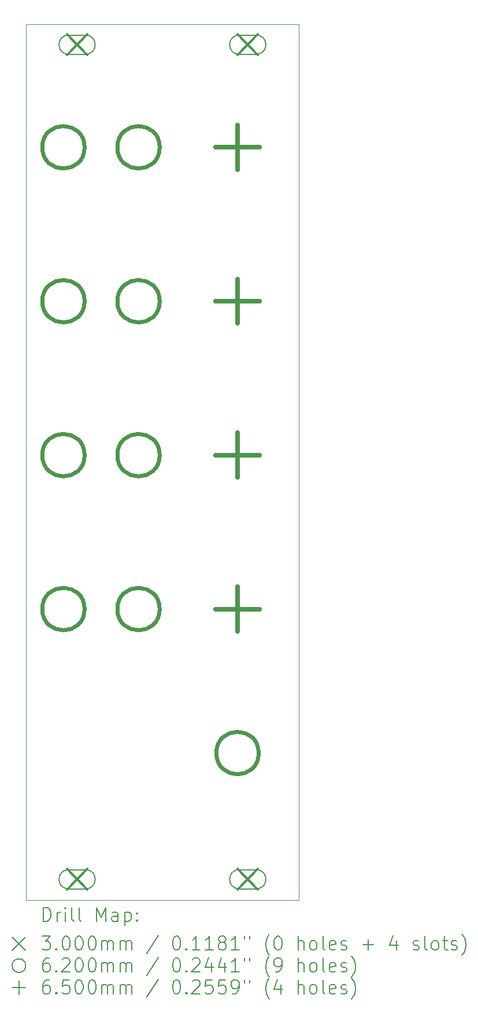
<source format=gbr>
%FSLAX45Y45*%
G04 Gerber Fmt 4.5, Leading zero omitted, Abs format (unit mm)*
G04 Created by KiCad (PCBNEW (6.0.0)) date 2022-02-14 14:22:30*
%MOMM*%
%LPD*%
G01*
G04 APERTURE LIST*
%TA.AperFunction,Profile*%
%ADD10C,0.050000*%
%TD*%
%ADD11C,0.200000*%
%ADD12C,0.300000*%
%ADD13C,0.620000*%
%ADD14C,0.650000*%
G04 APERTURE END LIST*
D10*
X7200000Y-2200000D02*
X7200000Y-15000000D01*
X7200000Y-2200000D02*
X11200000Y-2200000D01*
X11200000Y-2200000D02*
X11200000Y-15000000D01*
X11200000Y-15000000D02*
X7200000Y-15000000D01*
D11*
D12*
X7800000Y-2350000D02*
X8100000Y-2650000D01*
X8100000Y-2350000D02*
X7800000Y-2650000D01*
D11*
X7825000Y-2640000D02*
X8075000Y-2640000D01*
X7825000Y-2360000D02*
X8075000Y-2360000D01*
X8075000Y-2640000D02*
G75*
G03*
X8075000Y-2360000I0J140000D01*
G01*
X7825000Y-2360000D02*
G75*
G03*
X7825000Y-2640000I0J-140000D01*
G01*
D12*
X7800000Y-14550000D02*
X8100000Y-14850000D01*
X8100000Y-14550000D02*
X7800000Y-14850000D01*
D11*
X7825000Y-14840000D02*
X8075000Y-14840000D01*
X7825000Y-14560000D02*
X8075000Y-14560000D01*
X8075000Y-14840000D02*
G75*
G03*
X8075000Y-14560000I0J140000D01*
G01*
X7825000Y-14560000D02*
G75*
G03*
X7825000Y-14840000I0J-140000D01*
G01*
D12*
X10300000Y-2350000D02*
X10600000Y-2650000D01*
X10600000Y-2350000D02*
X10300000Y-2650000D01*
D11*
X10325000Y-2640000D02*
X10575000Y-2640000D01*
X10325000Y-2360000D02*
X10575000Y-2360000D01*
X10575000Y-2640000D02*
G75*
G03*
X10575000Y-2360000I0J140000D01*
G01*
X10325000Y-2360000D02*
G75*
G03*
X10325000Y-2640000I0J-140000D01*
G01*
D12*
X10300000Y-14550000D02*
X10600000Y-14850000D01*
X10600000Y-14550000D02*
X10300000Y-14850000D01*
D11*
X10325000Y-14840000D02*
X10575000Y-14840000D01*
X10325000Y-14560000D02*
X10575000Y-14560000D01*
X10575000Y-14840000D02*
G75*
G03*
X10575000Y-14560000I0J140000D01*
G01*
X10325000Y-14560000D02*
G75*
G03*
X10325000Y-14840000I0J-140000D01*
G01*
D13*
X8060000Y-4000000D02*
G75*
G03*
X8060000Y-4000000I-310000J0D01*
G01*
X8060000Y-6250000D02*
G75*
G03*
X8060000Y-6250000I-310000J0D01*
G01*
X8060000Y-8500000D02*
G75*
G03*
X8060000Y-8500000I-310000J0D01*
G01*
X8060000Y-10750000D02*
G75*
G03*
X8060000Y-10750000I-310000J0D01*
G01*
X9160000Y-4000000D02*
G75*
G03*
X9160000Y-4000000I-310000J0D01*
G01*
X9160000Y-6250000D02*
G75*
G03*
X9160000Y-6250000I-310000J0D01*
G01*
X9160000Y-8500000D02*
G75*
G03*
X9160000Y-8500000I-310000J0D01*
G01*
X9160000Y-10750000D02*
G75*
G03*
X9160000Y-10750000I-310000J0D01*
G01*
X10610000Y-12855000D02*
G75*
G03*
X10610000Y-12855000I-310000J0D01*
G01*
D14*
X10300000Y-3675000D02*
X10300000Y-4325000D01*
X9975000Y-4000000D02*
X10625000Y-4000000D01*
X10300000Y-5925000D02*
X10300000Y-6575000D01*
X9975000Y-6250000D02*
X10625000Y-6250000D01*
X10300000Y-8175000D02*
X10300000Y-8825000D01*
X9975000Y-8500000D02*
X10625000Y-8500000D01*
X10300000Y-10425000D02*
X10300000Y-11075000D01*
X9975000Y-10750000D02*
X10625000Y-10750000D01*
D11*
X7455119Y-15312976D02*
X7455119Y-15112976D01*
X7502738Y-15112976D01*
X7531309Y-15122500D01*
X7550357Y-15141548D01*
X7559881Y-15160595D01*
X7569405Y-15198690D01*
X7569405Y-15227262D01*
X7559881Y-15265357D01*
X7550357Y-15284405D01*
X7531309Y-15303452D01*
X7502738Y-15312976D01*
X7455119Y-15312976D01*
X7655119Y-15312976D02*
X7655119Y-15179643D01*
X7655119Y-15217738D02*
X7664643Y-15198690D01*
X7674167Y-15189167D01*
X7693214Y-15179643D01*
X7712262Y-15179643D01*
X7778928Y-15312976D02*
X7778928Y-15179643D01*
X7778928Y-15112976D02*
X7769405Y-15122500D01*
X7778928Y-15132024D01*
X7788452Y-15122500D01*
X7778928Y-15112976D01*
X7778928Y-15132024D01*
X7902738Y-15312976D02*
X7883690Y-15303452D01*
X7874167Y-15284405D01*
X7874167Y-15112976D01*
X8007500Y-15312976D02*
X7988452Y-15303452D01*
X7978928Y-15284405D01*
X7978928Y-15112976D01*
X8236071Y-15312976D02*
X8236071Y-15112976D01*
X8302738Y-15255833D01*
X8369405Y-15112976D01*
X8369405Y-15312976D01*
X8550357Y-15312976D02*
X8550357Y-15208214D01*
X8540833Y-15189167D01*
X8521786Y-15179643D01*
X8483690Y-15179643D01*
X8464643Y-15189167D01*
X8550357Y-15303452D02*
X8531310Y-15312976D01*
X8483690Y-15312976D01*
X8464643Y-15303452D01*
X8455119Y-15284405D01*
X8455119Y-15265357D01*
X8464643Y-15246309D01*
X8483690Y-15236786D01*
X8531310Y-15236786D01*
X8550357Y-15227262D01*
X8645595Y-15179643D02*
X8645595Y-15379643D01*
X8645595Y-15189167D02*
X8664643Y-15179643D01*
X8702738Y-15179643D01*
X8721786Y-15189167D01*
X8731310Y-15198690D01*
X8740833Y-15217738D01*
X8740833Y-15274881D01*
X8731310Y-15293928D01*
X8721786Y-15303452D01*
X8702738Y-15312976D01*
X8664643Y-15312976D01*
X8645595Y-15303452D01*
X8826548Y-15293928D02*
X8836071Y-15303452D01*
X8826548Y-15312976D01*
X8817024Y-15303452D01*
X8826548Y-15293928D01*
X8826548Y-15312976D01*
X8826548Y-15189167D02*
X8836071Y-15198690D01*
X8826548Y-15208214D01*
X8817024Y-15198690D01*
X8826548Y-15189167D01*
X8826548Y-15208214D01*
X6997500Y-15542500D02*
X7197500Y-15742500D01*
X7197500Y-15542500D02*
X6997500Y-15742500D01*
X7436071Y-15532976D02*
X7559881Y-15532976D01*
X7493214Y-15609167D01*
X7521786Y-15609167D01*
X7540833Y-15618690D01*
X7550357Y-15628214D01*
X7559881Y-15647262D01*
X7559881Y-15694881D01*
X7550357Y-15713928D01*
X7540833Y-15723452D01*
X7521786Y-15732976D01*
X7464643Y-15732976D01*
X7445595Y-15723452D01*
X7436071Y-15713928D01*
X7645595Y-15713928D02*
X7655119Y-15723452D01*
X7645595Y-15732976D01*
X7636071Y-15723452D01*
X7645595Y-15713928D01*
X7645595Y-15732976D01*
X7778928Y-15532976D02*
X7797976Y-15532976D01*
X7817024Y-15542500D01*
X7826548Y-15552024D01*
X7836071Y-15571071D01*
X7845595Y-15609167D01*
X7845595Y-15656786D01*
X7836071Y-15694881D01*
X7826548Y-15713928D01*
X7817024Y-15723452D01*
X7797976Y-15732976D01*
X7778928Y-15732976D01*
X7759881Y-15723452D01*
X7750357Y-15713928D01*
X7740833Y-15694881D01*
X7731309Y-15656786D01*
X7731309Y-15609167D01*
X7740833Y-15571071D01*
X7750357Y-15552024D01*
X7759881Y-15542500D01*
X7778928Y-15532976D01*
X7969405Y-15532976D02*
X7988452Y-15532976D01*
X8007500Y-15542500D01*
X8017024Y-15552024D01*
X8026548Y-15571071D01*
X8036071Y-15609167D01*
X8036071Y-15656786D01*
X8026548Y-15694881D01*
X8017024Y-15713928D01*
X8007500Y-15723452D01*
X7988452Y-15732976D01*
X7969405Y-15732976D01*
X7950357Y-15723452D01*
X7940833Y-15713928D01*
X7931309Y-15694881D01*
X7921786Y-15656786D01*
X7921786Y-15609167D01*
X7931309Y-15571071D01*
X7940833Y-15552024D01*
X7950357Y-15542500D01*
X7969405Y-15532976D01*
X8159881Y-15532976D02*
X8178928Y-15532976D01*
X8197976Y-15542500D01*
X8207500Y-15552024D01*
X8217024Y-15571071D01*
X8226548Y-15609167D01*
X8226548Y-15656786D01*
X8217024Y-15694881D01*
X8207500Y-15713928D01*
X8197976Y-15723452D01*
X8178928Y-15732976D01*
X8159881Y-15732976D01*
X8140833Y-15723452D01*
X8131309Y-15713928D01*
X8121786Y-15694881D01*
X8112262Y-15656786D01*
X8112262Y-15609167D01*
X8121786Y-15571071D01*
X8131309Y-15552024D01*
X8140833Y-15542500D01*
X8159881Y-15532976D01*
X8312262Y-15732976D02*
X8312262Y-15599643D01*
X8312262Y-15618690D02*
X8321786Y-15609167D01*
X8340833Y-15599643D01*
X8369405Y-15599643D01*
X8388452Y-15609167D01*
X8397976Y-15628214D01*
X8397976Y-15732976D01*
X8397976Y-15628214D02*
X8407500Y-15609167D01*
X8426548Y-15599643D01*
X8455119Y-15599643D01*
X8474167Y-15609167D01*
X8483690Y-15628214D01*
X8483690Y-15732976D01*
X8578929Y-15732976D02*
X8578929Y-15599643D01*
X8578929Y-15618690D02*
X8588452Y-15609167D01*
X8607500Y-15599643D01*
X8636071Y-15599643D01*
X8655119Y-15609167D01*
X8664643Y-15628214D01*
X8664643Y-15732976D01*
X8664643Y-15628214D02*
X8674167Y-15609167D01*
X8693214Y-15599643D01*
X8721786Y-15599643D01*
X8740833Y-15609167D01*
X8750357Y-15628214D01*
X8750357Y-15732976D01*
X9140833Y-15523452D02*
X8969405Y-15780595D01*
X9397976Y-15532976D02*
X9417024Y-15532976D01*
X9436071Y-15542500D01*
X9445595Y-15552024D01*
X9455119Y-15571071D01*
X9464643Y-15609167D01*
X9464643Y-15656786D01*
X9455119Y-15694881D01*
X9445595Y-15713928D01*
X9436071Y-15723452D01*
X9417024Y-15732976D01*
X9397976Y-15732976D01*
X9378929Y-15723452D01*
X9369405Y-15713928D01*
X9359881Y-15694881D01*
X9350357Y-15656786D01*
X9350357Y-15609167D01*
X9359881Y-15571071D01*
X9369405Y-15552024D01*
X9378929Y-15542500D01*
X9397976Y-15532976D01*
X9550357Y-15713928D02*
X9559881Y-15723452D01*
X9550357Y-15732976D01*
X9540833Y-15723452D01*
X9550357Y-15713928D01*
X9550357Y-15732976D01*
X9750357Y-15732976D02*
X9636071Y-15732976D01*
X9693214Y-15732976D02*
X9693214Y-15532976D01*
X9674167Y-15561548D01*
X9655119Y-15580595D01*
X9636071Y-15590119D01*
X9940833Y-15732976D02*
X9826548Y-15732976D01*
X9883690Y-15732976D02*
X9883690Y-15532976D01*
X9864643Y-15561548D01*
X9845595Y-15580595D01*
X9826548Y-15590119D01*
X10055119Y-15618690D02*
X10036071Y-15609167D01*
X10026548Y-15599643D01*
X10017024Y-15580595D01*
X10017024Y-15571071D01*
X10026548Y-15552024D01*
X10036071Y-15542500D01*
X10055119Y-15532976D01*
X10093214Y-15532976D01*
X10112262Y-15542500D01*
X10121786Y-15552024D01*
X10131310Y-15571071D01*
X10131310Y-15580595D01*
X10121786Y-15599643D01*
X10112262Y-15609167D01*
X10093214Y-15618690D01*
X10055119Y-15618690D01*
X10036071Y-15628214D01*
X10026548Y-15637738D01*
X10017024Y-15656786D01*
X10017024Y-15694881D01*
X10026548Y-15713928D01*
X10036071Y-15723452D01*
X10055119Y-15732976D01*
X10093214Y-15732976D01*
X10112262Y-15723452D01*
X10121786Y-15713928D01*
X10131310Y-15694881D01*
X10131310Y-15656786D01*
X10121786Y-15637738D01*
X10112262Y-15628214D01*
X10093214Y-15618690D01*
X10321786Y-15732976D02*
X10207500Y-15732976D01*
X10264643Y-15732976D02*
X10264643Y-15532976D01*
X10245595Y-15561548D01*
X10226548Y-15580595D01*
X10207500Y-15590119D01*
X10397976Y-15532976D02*
X10397976Y-15571071D01*
X10474167Y-15532976D02*
X10474167Y-15571071D01*
X10769405Y-15809167D02*
X10759881Y-15799643D01*
X10740833Y-15771071D01*
X10731310Y-15752024D01*
X10721786Y-15723452D01*
X10712262Y-15675833D01*
X10712262Y-15637738D01*
X10721786Y-15590119D01*
X10731310Y-15561548D01*
X10740833Y-15542500D01*
X10759881Y-15513928D01*
X10769405Y-15504405D01*
X10883690Y-15532976D02*
X10902738Y-15532976D01*
X10921786Y-15542500D01*
X10931310Y-15552024D01*
X10940833Y-15571071D01*
X10950357Y-15609167D01*
X10950357Y-15656786D01*
X10940833Y-15694881D01*
X10931310Y-15713928D01*
X10921786Y-15723452D01*
X10902738Y-15732976D01*
X10883690Y-15732976D01*
X10864643Y-15723452D01*
X10855119Y-15713928D01*
X10845595Y-15694881D01*
X10836071Y-15656786D01*
X10836071Y-15609167D01*
X10845595Y-15571071D01*
X10855119Y-15552024D01*
X10864643Y-15542500D01*
X10883690Y-15532976D01*
X11188452Y-15732976D02*
X11188452Y-15532976D01*
X11274167Y-15732976D02*
X11274167Y-15628214D01*
X11264643Y-15609167D01*
X11245595Y-15599643D01*
X11217024Y-15599643D01*
X11197976Y-15609167D01*
X11188452Y-15618690D01*
X11397976Y-15732976D02*
X11378928Y-15723452D01*
X11369405Y-15713928D01*
X11359881Y-15694881D01*
X11359881Y-15637738D01*
X11369405Y-15618690D01*
X11378928Y-15609167D01*
X11397976Y-15599643D01*
X11426548Y-15599643D01*
X11445595Y-15609167D01*
X11455119Y-15618690D01*
X11464643Y-15637738D01*
X11464643Y-15694881D01*
X11455119Y-15713928D01*
X11445595Y-15723452D01*
X11426548Y-15732976D01*
X11397976Y-15732976D01*
X11578928Y-15732976D02*
X11559881Y-15723452D01*
X11550357Y-15704405D01*
X11550357Y-15532976D01*
X11731309Y-15723452D02*
X11712262Y-15732976D01*
X11674167Y-15732976D01*
X11655119Y-15723452D01*
X11645595Y-15704405D01*
X11645595Y-15628214D01*
X11655119Y-15609167D01*
X11674167Y-15599643D01*
X11712262Y-15599643D01*
X11731309Y-15609167D01*
X11740833Y-15628214D01*
X11740833Y-15647262D01*
X11645595Y-15666309D01*
X11817024Y-15723452D02*
X11836071Y-15732976D01*
X11874167Y-15732976D01*
X11893214Y-15723452D01*
X11902738Y-15704405D01*
X11902738Y-15694881D01*
X11893214Y-15675833D01*
X11874167Y-15666309D01*
X11845595Y-15666309D01*
X11826548Y-15656786D01*
X11817024Y-15637738D01*
X11817024Y-15628214D01*
X11826548Y-15609167D01*
X11845595Y-15599643D01*
X11874167Y-15599643D01*
X11893214Y-15609167D01*
X12140833Y-15656786D02*
X12293214Y-15656786D01*
X12217024Y-15732976D02*
X12217024Y-15580595D01*
X12626548Y-15599643D02*
X12626548Y-15732976D01*
X12578928Y-15523452D02*
X12531309Y-15666309D01*
X12655119Y-15666309D01*
X12874167Y-15723452D02*
X12893214Y-15732976D01*
X12931309Y-15732976D01*
X12950357Y-15723452D01*
X12959881Y-15704405D01*
X12959881Y-15694881D01*
X12950357Y-15675833D01*
X12931309Y-15666309D01*
X12902738Y-15666309D01*
X12883690Y-15656786D01*
X12874167Y-15637738D01*
X12874167Y-15628214D01*
X12883690Y-15609167D01*
X12902738Y-15599643D01*
X12931309Y-15599643D01*
X12950357Y-15609167D01*
X13074167Y-15732976D02*
X13055119Y-15723452D01*
X13045595Y-15704405D01*
X13045595Y-15532976D01*
X13178928Y-15732976D02*
X13159881Y-15723452D01*
X13150357Y-15713928D01*
X13140833Y-15694881D01*
X13140833Y-15637738D01*
X13150357Y-15618690D01*
X13159881Y-15609167D01*
X13178928Y-15599643D01*
X13207500Y-15599643D01*
X13226548Y-15609167D01*
X13236071Y-15618690D01*
X13245595Y-15637738D01*
X13245595Y-15694881D01*
X13236071Y-15713928D01*
X13226548Y-15723452D01*
X13207500Y-15732976D01*
X13178928Y-15732976D01*
X13302738Y-15599643D02*
X13378928Y-15599643D01*
X13331309Y-15532976D02*
X13331309Y-15704405D01*
X13340833Y-15723452D01*
X13359881Y-15732976D01*
X13378928Y-15732976D01*
X13436071Y-15723452D02*
X13455119Y-15732976D01*
X13493214Y-15732976D01*
X13512262Y-15723452D01*
X13521786Y-15704405D01*
X13521786Y-15694881D01*
X13512262Y-15675833D01*
X13493214Y-15666309D01*
X13464643Y-15666309D01*
X13445595Y-15656786D01*
X13436071Y-15637738D01*
X13436071Y-15628214D01*
X13445595Y-15609167D01*
X13464643Y-15599643D01*
X13493214Y-15599643D01*
X13512262Y-15609167D01*
X13588452Y-15809167D02*
X13597976Y-15799643D01*
X13617024Y-15771071D01*
X13626548Y-15752024D01*
X13636071Y-15723452D01*
X13645595Y-15675833D01*
X13645595Y-15637738D01*
X13636071Y-15590119D01*
X13626548Y-15561548D01*
X13617024Y-15542500D01*
X13597976Y-15513928D01*
X13588452Y-15504405D01*
X7197500Y-15962500D02*
G75*
G03*
X7197500Y-15962500I-100000J0D01*
G01*
X7540833Y-15852976D02*
X7502738Y-15852976D01*
X7483690Y-15862500D01*
X7474167Y-15872024D01*
X7455119Y-15900595D01*
X7445595Y-15938690D01*
X7445595Y-16014881D01*
X7455119Y-16033928D01*
X7464643Y-16043452D01*
X7483690Y-16052976D01*
X7521786Y-16052976D01*
X7540833Y-16043452D01*
X7550357Y-16033928D01*
X7559881Y-16014881D01*
X7559881Y-15967262D01*
X7550357Y-15948214D01*
X7540833Y-15938690D01*
X7521786Y-15929167D01*
X7483690Y-15929167D01*
X7464643Y-15938690D01*
X7455119Y-15948214D01*
X7445595Y-15967262D01*
X7645595Y-16033928D02*
X7655119Y-16043452D01*
X7645595Y-16052976D01*
X7636071Y-16043452D01*
X7645595Y-16033928D01*
X7645595Y-16052976D01*
X7731309Y-15872024D02*
X7740833Y-15862500D01*
X7759881Y-15852976D01*
X7807500Y-15852976D01*
X7826548Y-15862500D01*
X7836071Y-15872024D01*
X7845595Y-15891071D01*
X7845595Y-15910119D01*
X7836071Y-15938690D01*
X7721786Y-16052976D01*
X7845595Y-16052976D01*
X7969405Y-15852976D02*
X7988452Y-15852976D01*
X8007500Y-15862500D01*
X8017024Y-15872024D01*
X8026548Y-15891071D01*
X8036071Y-15929167D01*
X8036071Y-15976786D01*
X8026548Y-16014881D01*
X8017024Y-16033928D01*
X8007500Y-16043452D01*
X7988452Y-16052976D01*
X7969405Y-16052976D01*
X7950357Y-16043452D01*
X7940833Y-16033928D01*
X7931309Y-16014881D01*
X7921786Y-15976786D01*
X7921786Y-15929167D01*
X7931309Y-15891071D01*
X7940833Y-15872024D01*
X7950357Y-15862500D01*
X7969405Y-15852976D01*
X8159881Y-15852976D02*
X8178928Y-15852976D01*
X8197976Y-15862500D01*
X8207500Y-15872024D01*
X8217024Y-15891071D01*
X8226548Y-15929167D01*
X8226548Y-15976786D01*
X8217024Y-16014881D01*
X8207500Y-16033928D01*
X8197976Y-16043452D01*
X8178928Y-16052976D01*
X8159881Y-16052976D01*
X8140833Y-16043452D01*
X8131309Y-16033928D01*
X8121786Y-16014881D01*
X8112262Y-15976786D01*
X8112262Y-15929167D01*
X8121786Y-15891071D01*
X8131309Y-15872024D01*
X8140833Y-15862500D01*
X8159881Y-15852976D01*
X8312262Y-16052976D02*
X8312262Y-15919643D01*
X8312262Y-15938690D02*
X8321786Y-15929167D01*
X8340833Y-15919643D01*
X8369405Y-15919643D01*
X8388452Y-15929167D01*
X8397976Y-15948214D01*
X8397976Y-16052976D01*
X8397976Y-15948214D02*
X8407500Y-15929167D01*
X8426548Y-15919643D01*
X8455119Y-15919643D01*
X8474167Y-15929167D01*
X8483690Y-15948214D01*
X8483690Y-16052976D01*
X8578929Y-16052976D02*
X8578929Y-15919643D01*
X8578929Y-15938690D02*
X8588452Y-15929167D01*
X8607500Y-15919643D01*
X8636071Y-15919643D01*
X8655119Y-15929167D01*
X8664643Y-15948214D01*
X8664643Y-16052976D01*
X8664643Y-15948214D02*
X8674167Y-15929167D01*
X8693214Y-15919643D01*
X8721786Y-15919643D01*
X8740833Y-15929167D01*
X8750357Y-15948214D01*
X8750357Y-16052976D01*
X9140833Y-15843452D02*
X8969405Y-16100595D01*
X9397976Y-15852976D02*
X9417024Y-15852976D01*
X9436071Y-15862500D01*
X9445595Y-15872024D01*
X9455119Y-15891071D01*
X9464643Y-15929167D01*
X9464643Y-15976786D01*
X9455119Y-16014881D01*
X9445595Y-16033928D01*
X9436071Y-16043452D01*
X9417024Y-16052976D01*
X9397976Y-16052976D01*
X9378929Y-16043452D01*
X9369405Y-16033928D01*
X9359881Y-16014881D01*
X9350357Y-15976786D01*
X9350357Y-15929167D01*
X9359881Y-15891071D01*
X9369405Y-15872024D01*
X9378929Y-15862500D01*
X9397976Y-15852976D01*
X9550357Y-16033928D02*
X9559881Y-16043452D01*
X9550357Y-16052976D01*
X9540833Y-16043452D01*
X9550357Y-16033928D01*
X9550357Y-16052976D01*
X9636071Y-15872024D02*
X9645595Y-15862500D01*
X9664643Y-15852976D01*
X9712262Y-15852976D01*
X9731310Y-15862500D01*
X9740833Y-15872024D01*
X9750357Y-15891071D01*
X9750357Y-15910119D01*
X9740833Y-15938690D01*
X9626548Y-16052976D01*
X9750357Y-16052976D01*
X9921786Y-15919643D02*
X9921786Y-16052976D01*
X9874167Y-15843452D02*
X9826548Y-15986309D01*
X9950357Y-15986309D01*
X10112262Y-15919643D02*
X10112262Y-16052976D01*
X10064643Y-15843452D02*
X10017024Y-15986309D01*
X10140833Y-15986309D01*
X10321786Y-16052976D02*
X10207500Y-16052976D01*
X10264643Y-16052976D02*
X10264643Y-15852976D01*
X10245595Y-15881548D01*
X10226548Y-15900595D01*
X10207500Y-15910119D01*
X10397976Y-15852976D02*
X10397976Y-15891071D01*
X10474167Y-15852976D02*
X10474167Y-15891071D01*
X10769405Y-16129167D02*
X10759881Y-16119643D01*
X10740833Y-16091071D01*
X10731310Y-16072024D01*
X10721786Y-16043452D01*
X10712262Y-15995833D01*
X10712262Y-15957738D01*
X10721786Y-15910119D01*
X10731310Y-15881548D01*
X10740833Y-15862500D01*
X10759881Y-15833928D01*
X10769405Y-15824405D01*
X10855119Y-16052976D02*
X10893214Y-16052976D01*
X10912262Y-16043452D01*
X10921786Y-16033928D01*
X10940833Y-16005357D01*
X10950357Y-15967262D01*
X10950357Y-15891071D01*
X10940833Y-15872024D01*
X10931310Y-15862500D01*
X10912262Y-15852976D01*
X10874167Y-15852976D01*
X10855119Y-15862500D01*
X10845595Y-15872024D01*
X10836071Y-15891071D01*
X10836071Y-15938690D01*
X10845595Y-15957738D01*
X10855119Y-15967262D01*
X10874167Y-15976786D01*
X10912262Y-15976786D01*
X10931310Y-15967262D01*
X10940833Y-15957738D01*
X10950357Y-15938690D01*
X11188452Y-16052976D02*
X11188452Y-15852976D01*
X11274167Y-16052976D02*
X11274167Y-15948214D01*
X11264643Y-15929167D01*
X11245595Y-15919643D01*
X11217024Y-15919643D01*
X11197976Y-15929167D01*
X11188452Y-15938690D01*
X11397976Y-16052976D02*
X11378928Y-16043452D01*
X11369405Y-16033928D01*
X11359881Y-16014881D01*
X11359881Y-15957738D01*
X11369405Y-15938690D01*
X11378928Y-15929167D01*
X11397976Y-15919643D01*
X11426548Y-15919643D01*
X11445595Y-15929167D01*
X11455119Y-15938690D01*
X11464643Y-15957738D01*
X11464643Y-16014881D01*
X11455119Y-16033928D01*
X11445595Y-16043452D01*
X11426548Y-16052976D01*
X11397976Y-16052976D01*
X11578928Y-16052976D02*
X11559881Y-16043452D01*
X11550357Y-16024405D01*
X11550357Y-15852976D01*
X11731309Y-16043452D02*
X11712262Y-16052976D01*
X11674167Y-16052976D01*
X11655119Y-16043452D01*
X11645595Y-16024405D01*
X11645595Y-15948214D01*
X11655119Y-15929167D01*
X11674167Y-15919643D01*
X11712262Y-15919643D01*
X11731309Y-15929167D01*
X11740833Y-15948214D01*
X11740833Y-15967262D01*
X11645595Y-15986309D01*
X11817024Y-16043452D02*
X11836071Y-16052976D01*
X11874167Y-16052976D01*
X11893214Y-16043452D01*
X11902738Y-16024405D01*
X11902738Y-16014881D01*
X11893214Y-15995833D01*
X11874167Y-15986309D01*
X11845595Y-15986309D01*
X11826548Y-15976786D01*
X11817024Y-15957738D01*
X11817024Y-15948214D01*
X11826548Y-15929167D01*
X11845595Y-15919643D01*
X11874167Y-15919643D01*
X11893214Y-15929167D01*
X11969405Y-16129167D02*
X11978928Y-16119643D01*
X11997976Y-16091071D01*
X12007500Y-16072024D01*
X12017024Y-16043452D01*
X12026548Y-15995833D01*
X12026548Y-15957738D01*
X12017024Y-15910119D01*
X12007500Y-15881548D01*
X11997976Y-15862500D01*
X11978928Y-15833928D01*
X11969405Y-15824405D01*
X7097500Y-16182500D02*
X7097500Y-16382500D01*
X6997500Y-16282500D02*
X7197500Y-16282500D01*
X7540833Y-16172976D02*
X7502738Y-16172976D01*
X7483690Y-16182500D01*
X7474167Y-16192024D01*
X7455119Y-16220595D01*
X7445595Y-16258690D01*
X7445595Y-16334881D01*
X7455119Y-16353928D01*
X7464643Y-16363452D01*
X7483690Y-16372976D01*
X7521786Y-16372976D01*
X7540833Y-16363452D01*
X7550357Y-16353928D01*
X7559881Y-16334881D01*
X7559881Y-16287262D01*
X7550357Y-16268214D01*
X7540833Y-16258690D01*
X7521786Y-16249167D01*
X7483690Y-16249167D01*
X7464643Y-16258690D01*
X7455119Y-16268214D01*
X7445595Y-16287262D01*
X7645595Y-16353928D02*
X7655119Y-16363452D01*
X7645595Y-16372976D01*
X7636071Y-16363452D01*
X7645595Y-16353928D01*
X7645595Y-16372976D01*
X7836071Y-16172976D02*
X7740833Y-16172976D01*
X7731309Y-16268214D01*
X7740833Y-16258690D01*
X7759881Y-16249167D01*
X7807500Y-16249167D01*
X7826548Y-16258690D01*
X7836071Y-16268214D01*
X7845595Y-16287262D01*
X7845595Y-16334881D01*
X7836071Y-16353928D01*
X7826548Y-16363452D01*
X7807500Y-16372976D01*
X7759881Y-16372976D01*
X7740833Y-16363452D01*
X7731309Y-16353928D01*
X7969405Y-16172976D02*
X7988452Y-16172976D01*
X8007500Y-16182500D01*
X8017024Y-16192024D01*
X8026548Y-16211071D01*
X8036071Y-16249167D01*
X8036071Y-16296786D01*
X8026548Y-16334881D01*
X8017024Y-16353928D01*
X8007500Y-16363452D01*
X7988452Y-16372976D01*
X7969405Y-16372976D01*
X7950357Y-16363452D01*
X7940833Y-16353928D01*
X7931309Y-16334881D01*
X7921786Y-16296786D01*
X7921786Y-16249167D01*
X7931309Y-16211071D01*
X7940833Y-16192024D01*
X7950357Y-16182500D01*
X7969405Y-16172976D01*
X8159881Y-16172976D02*
X8178928Y-16172976D01*
X8197976Y-16182500D01*
X8207500Y-16192024D01*
X8217024Y-16211071D01*
X8226548Y-16249167D01*
X8226548Y-16296786D01*
X8217024Y-16334881D01*
X8207500Y-16353928D01*
X8197976Y-16363452D01*
X8178928Y-16372976D01*
X8159881Y-16372976D01*
X8140833Y-16363452D01*
X8131309Y-16353928D01*
X8121786Y-16334881D01*
X8112262Y-16296786D01*
X8112262Y-16249167D01*
X8121786Y-16211071D01*
X8131309Y-16192024D01*
X8140833Y-16182500D01*
X8159881Y-16172976D01*
X8312262Y-16372976D02*
X8312262Y-16239643D01*
X8312262Y-16258690D02*
X8321786Y-16249167D01*
X8340833Y-16239643D01*
X8369405Y-16239643D01*
X8388452Y-16249167D01*
X8397976Y-16268214D01*
X8397976Y-16372976D01*
X8397976Y-16268214D02*
X8407500Y-16249167D01*
X8426548Y-16239643D01*
X8455119Y-16239643D01*
X8474167Y-16249167D01*
X8483690Y-16268214D01*
X8483690Y-16372976D01*
X8578929Y-16372976D02*
X8578929Y-16239643D01*
X8578929Y-16258690D02*
X8588452Y-16249167D01*
X8607500Y-16239643D01*
X8636071Y-16239643D01*
X8655119Y-16249167D01*
X8664643Y-16268214D01*
X8664643Y-16372976D01*
X8664643Y-16268214D02*
X8674167Y-16249167D01*
X8693214Y-16239643D01*
X8721786Y-16239643D01*
X8740833Y-16249167D01*
X8750357Y-16268214D01*
X8750357Y-16372976D01*
X9140833Y-16163452D02*
X8969405Y-16420595D01*
X9397976Y-16172976D02*
X9417024Y-16172976D01*
X9436071Y-16182500D01*
X9445595Y-16192024D01*
X9455119Y-16211071D01*
X9464643Y-16249167D01*
X9464643Y-16296786D01*
X9455119Y-16334881D01*
X9445595Y-16353928D01*
X9436071Y-16363452D01*
X9417024Y-16372976D01*
X9397976Y-16372976D01*
X9378929Y-16363452D01*
X9369405Y-16353928D01*
X9359881Y-16334881D01*
X9350357Y-16296786D01*
X9350357Y-16249167D01*
X9359881Y-16211071D01*
X9369405Y-16192024D01*
X9378929Y-16182500D01*
X9397976Y-16172976D01*
X9550357Y-16353928D02*
X9559881Y-16363452D01*
X9550357Y-16372976D01*
X9540833Y-16363452D01*
X9550357Y-16353928D01*
X9550357Y-16372976D01*
X9636071Y-16192024D02*
X9645595Y-16182500D01*
X9664643Y-16172976D01*
X9712262Y-16172976D01*
X9731310Y-16182500D01*
X9740833Y-16192024D01*
X9750357Y-16211071D01*
X9750357Y-16230119D01*
X9740833Y-16258690D01*
X9626548Y-16372976D01*
X9750357Y-16372976D01*
X9931310Y-16172976D02*
X9836071Y-16172976D01*
X9826548Y-16268214D01*
X9836071Y-16258690D01*
X9855119Y-16249167D01*
X9902738Y-16249167D01*
X9921786Y-16258690D01*
X9931310Y-16268214D01*
X9940833Y-16287262D01*
X9940833Y-16334881D01*
X9931310Y-16353928D01*
X9921786Y-16363452D01*
X9902738Y-16372976D01*
X9855119Y-16372976D01*
X9836071Y-16363452D01*
X9826548Y-16353928D01*
X10121786Y-16172976D02*
X10026548Y-16172976D01*
X10017024Y-16268214D01*
X10026548Y-16258690D01*
X10045595Y-16249167D01*
X10093214Y-16249167D01*
X10112262Y-16258690D01*
X10121786Y-16268214D01*
X10131310Y-16287262D01*
X10131310Y-16334881D01*
X10121786Y-16353928D01*
X10112262Y-16363452D01*
X10093214Y-16372976D01*
X10045595Y-16372976D01*
X10026548Y-16363452D01*
X10017024Y-16353928D01*
X10226548Y-16372976D02*
X10264643Y-16372976D01*
X10283690Y-16363452D01*
X10293214Y-16353928D01*
X10312262Y-16325357D01*
X10321786Y-16287262D01*
X10321786Y-16211071D01*
X10312262Y-16192024D01*
X10302738Y-16182500D01*
X10283690Y-16172976D01*
X10245595Y-16172976D01*
X10226548Y-16182500D01*
X10217024Y-16192024D01*
X10207500Y-16211071D01*
X10207500Y-16258690D01*
X10217024Y-16277738D01*
X10226548Y-16287262D01*
X10245595Y-16296786D01*
X10283690Y-16296786D01*
X10302738Y-16287262D01*
X10312262Y-16277738D01*
X10321786Y-16258690D01*
X10397976Y-16172976D02*
X10397976Y-16211071D01*
X10474167Y-16172976D02*
X10474167Y-16211071D01*
X10769405Y-16449167D02*
X10759881Y-16439643D01*
X10740833Y-16411071D01*
X10731310Y-16392024D01*
X10721786Y-16363452D01*
X10712262Y-16315833D01*
X10712262Y-16277738D01*
X10721786Y-16230119D01*
X10731310Y-16201548D01*
X10740833Y-16182500D01*
X10759881Y-16153928D01*
X10769405Y-16144405D01*
X10931310Y-16239643D02*
X10931310Y-16372976D01*
X10883690Y-16163452D02*
X10836071Y-16306309D01*
X10959881Y-16306309D01*
X11188452Y-16372976D02*
X11188452Y-16172976D01*
X11274167Y-16372976D02*
X11274167Y-16268214D01*
X11264643Y-16249167D01*
X11245595Y-16239643D01*
X11217024Y-16239643D01*
X11197976Y-16249167D01*
X11188452Y-16258690D01*
X11397976Y-16372976D02*
X11378928Y-16363452D01*
X11369405Y-16353928D01*
X11359881Y-16334881D01*
X11359881Y-16277738D01*
X11369405Y-16258690D01*
X11378928Y-16249167D01*
X11397976Y-16239643D01*
X11426548Y-16239643D01*
X11445595Y-16249167D01*
X11455119Y-16258690D01*
X11464643Y-16277738D01*
X11464643Y-16334881D01*
X11455119Y-16353928D01*
X11445595Y-16363452D01*
X11426548Y-16372976D01*
X11397976Y-16372976D01*
X11578928Y-16372976D02*
X11559881Y-16363452D01*
X11550357Y-16344405D01*
X11550357Y-16172976D01*
X11731309Y-16363452D02*
X11712262Y-16372976D01*
X11674167Y-16372976D01*
X11655119Y-16363452D01*
X11645595Y-16344405D01*
X11645595Y-16268214D01*
X11655119Y-16249167D01*
X11674167Y-16239643D01*
X11712262Y-16239643D01*
X11731309Y-16249167D01*
X11740833Y-16268214D01*
X11740833Y-16287262D01*
X11645595Y-16306309D01*
X11817024Y-16363452D02*
X11836071Y-16372976D01*
X11874167Y-16372976D01*
X11893214Y-16363452D01*
X11902738Y-16344405D01*
X11902738Y-16334881D01*
X11893214Y-16315833D01*
X11874167Y-16306309D01*
X11845595Y-16306309D01*
X11826548Y-16296786D01*
X11817024Y-16277738D01*
X11817024Y-16268214D01*
X11826548Y-16249167D01*
X11845595Y-16239643D01*
X11874167Y-16239643D01*
X11893214Y-16249167D01*
X11969405Y-16449167D02*
X11978928Y-16439643D01*
X11997976Y-16411071D01*
X12007500Y-16392024D01*
X12017024Y-16363452D01*
X12026548Y-16315833D01*
X12026548Y-16277738D01*
X12017024Y-16230119D01*
X12007500Y-16201548D01*
X11997976Y-16182500D01*
X11978928Y-16153928D01*
X11969405Y-16144405D01*
M02*

</source>
